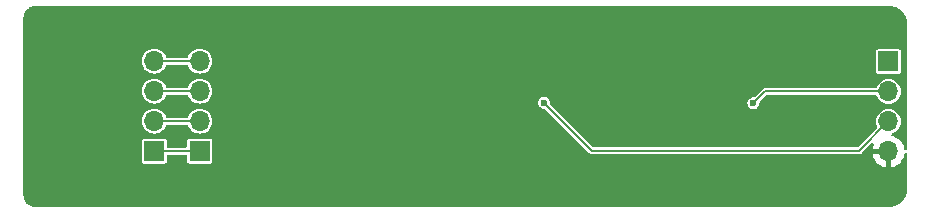
<source format=gtl>
G04 #@! TF.GenerationSoftware,KiCad,Pcbnew,8.0.8*
G04 #@! TF.CreationDate,2025-10-01T21:52:52+01:00*
G04 #@! TF.ProjectId,3S_coinHolder_LIR1654.kicad_pro,33535f63-6f69-46e4-986f-6c6465725f4c,rev?*
G04 #@! TF.SameCoordinates,Original*
G04 #@! TF.FileFunction,Copper,L1,Top*
G04 #@! TF.FilePolarity,Positive*
%FSLAX46Y46*%
G04 Gerber Fmt 4.6, Leading zero omitted, Abs format (unit mm)*
G04 Created by KiCad (PCBNEW 8.0.8) date 2025-10-01 21:52:52*
%MOMM*%
%LPD*%
G01*
G04 APERTURE LIST*
G04 #@! TA.AperFunction,ComponentPad*
%ADD10R,1.700000X1.700000*%
G04 #@! TD*
G04 #@! TA.AperFunction,ComponentPad*
%ADD11O,1.700000X1.700000*%
G04 #@! TD*
G04 #@! TA.AperFunction,ViaPad*
%ADD12C,0.600000*%
G04 #@! TD*
G04 #@! TA.AperFunction,Conductor*
%ADD13C,0.200000*%
G04 #@! TD*
G04 APERTURE END LIST*
D10*
G04 #@! TO.P,J3,1,Pin_1*
G04 #@! TO.N,Net-(J2-Pin_1)*
X123000000Y-103540000D03*
D11*
G04 #@! TO.P,J3,2,Pin_2*
G04 #@! TO.N,Net-(J2-Pin_2)*
X123000000Y-101000000D03*
G04 #@! TO.P,J3,3,Pin_3*
G04 #@! TO.N,Net-(J2-Pin_3)*
X123000000Y-98460000D03*
G04 #@! TO.P,J3,4,Pin_4*
G04 #@! TO.N,Net-(J2-Pin_4)*
X123000000Y-95920000D03*
G04 #@! TD*
D10*
G04 #@! TO.P,J2,1,Pin_1*
G04 #@! TO.N,Net-(J2-Pin_1)*
X126851214Y-103550000D03*
D11*
G04 #@! TO.P,J2,2,Pin_2*
G04 #@! TO.N,Net-(J2-Pin_2)*
X126851214Y-101010000D03*
G04 #@! TO.P,J2,3,Pin_3*
G04 #@! TO.N,Net-(J2-Pin_3)*
X126851214Y-98470000D03*
G04 #@! TO.P,J2,4,Pin_4*
G04 #@! TO.N,Net-(J2-Pin_4)*
X126851214Y-95930000D03*
G04 #@! TD*
D10*
G04 #@! TO.P,J1,1,Pin_1*
G04 #@! TO.N,/V_{C1}*
X185164214Y-95950000D03*
D11*
G04 #@! TO.P,J1,2,Pin_2*
G04 #@! TO.N,/V_{C2}*
X185164214Y-98490000D03*
G04 #@! TO.P,J1,3,Pin_3*
G04 #@! TO.N,/V_{C3}*
X185164214Y-101030000D03*
G04 #@! TO.P,J1,4,Pin_4*
G04 #@! TO.N,GND*
X185164214Y-103570000D03*
G04 #@! TD*
D12*
G04 #@! TO.N,/V_{C3}*
X156005679Y-99456411D03*
G04 #@! TO.N,GND*
X138255679Y-99456411D03*
G04 #@! TO.N,/V_{C2}*
X173731045Y-99481045D03*
G04 #@! TD*
D13*
G04 #@! TO.N,/V_{C3}*
X182694214Y-103500000D02*
X185164214Y-101030000D01*
X160049268Y-103500000D02*
X182694214Y-103500000D01*
X156005679Y-99456411D02*
X160049268Y-103500000D01*
G04 #@! TO.N,/V_{C2}*
X174722090Y-98490000D02*
X173731045Y-99481045D01*
X185164214Y-98490000D02*
X174722090Y-98490000D01*
G04 #@! TO.N,Net-(J2-Pin_1)*
X127519714Y-104218500D02*
X126851214Y-103550000D01*
X123000000Y-103540000D02*
X126841214Y-103540000D01*
X126841214Y-103540000D02*
X126851214Y-103550000D01*
G04 #@! TO.N,Net-(J2-Pin_3)*
X126841214Y-98460000D02*
X126851214Y-98470000D01*
X123000000Y-98460000D02*
X126841214Y-98460000D01*
G04 #@! TO.N,Net-(J2-Pin_4)*
X123010000Y-95930000D02*
X123000000Y-95920000D01*
X126851214Y-95930000D02*
X123010000Y-95930000D01*
G04 #@! TO.N,Net-(J2-Pin_2)*
X123010000Y-101010000D02*
X123000000Y-101000000D01*
X126851214Y-101010000D02*
X123010000Y-101010000D01*
G04 #@! TD*
G04 #@! TA.AperFunction,Conductor*
G04 #@! TO.N,GND*
G36*
X185254418Y-91250816D02*
G01*
X185454561Y-91265130D01*
X185472063Y-91267647D01*
X185663797Y-91309355D01*
X185680755Y-91314334D01*
X185856354Y-91379830D01*
X185864609Y-91382909D01*
X185880701Y-91390259D01*
X186052904Y-91484288D01*
X186067784Y-91493849D01*
X186209414Y-91599873D01*
X186224867Y-91611441D01*
X186238237Y-91623027D01*
X186376972Y-91761762D01*
X186388558Y-91775132D01*
X186495981Y-91918632D01*
X186506146Y-91932210D01*
X186515711Y-91947095D01*
X186609740Y-92119298D01*
X186617090Y-92135390D01*
X186685662Y-92319236D01*
X186690646Y-92336212D01*
X186732351Y-92527931D01*
X186734869Y-92545442D01*
X186749184Y-92745580D01*
X186749500Y-92754427D01*
X186749500Y-103360322D01*
X186729815Y-103427361D01*
X186677011Y-103473116D01*
X186607853Y-103483060D01*
X186544297Y-103454035D01*
X186506523Y-103395257D01*
X186501972Y-103371130D01*
X186498783Y-103334683D01*
X186498781Y-103334673D01*
X186437647Y-103106516D01*
X186437643Y-103106507D01*
X186337814Y-102892422D01*
X186337813Y-102892420D01*
X186202327Y-102698926D01*
X186202322Y-102698920D01*
X186035296Y-102531894D01*
X185841792Y-102396399D01*
X185627706Y-102296570D01*
X185627700Y-102296567D01*
X185505563Y-102263841D01*
X185445903Y-102227476D01*
X185415374Y-102164629D01*
X185423669Y-102095253D01*
X185468154Y-102041375D01*
X185501658Y-102025407D01*
X185568168Y-102005232D01*
X185750664Y-101907685D01*
X185910624Y-101776410D01*
X186041899Y-101616450D01*
X186139446Y-101433954D01*
X186199514Y-101235934D01*
X186219797Y-101030000D01*
X186199514Y-100824066D01*
X186139446Y-100626046D01*
X186041899Y-100443550D01*
X185989916Y-100380209D01*
X185910624Y-100283589D01*
X185750666Y-100152317D01*
X185750667Y-100152317D01*
X185750664Y-100152315D01*
X185568168Y-100054768D01*
X185370148Y-99994700D01*
X185370146Y-99994699D01*
X185370148Y-99994699D01*
X185164214Y-99974417D01*
X184958281Y-99994699D01*
X184760257Y-100054769D01*
X184650112Y-100113643D01*
X184577764Y-100152315D01*
X184577762Y-100152316D01*
X184577761Y-100152317D01*
X184417803Y-100283589D01*
X184286531Y-100443547D01*
X184188983Y-100626043D01*
X184128913Y-100824067D01*
X184108631Y-101030000D01*
X184128913Y-101235932D01*
X184128914Y-101235934D01*
X184179882Y-101403956D01*
X184188983Y-101433956D01*
X184196593Y-101448193D01*
X184210834Y-101516596D01*
X184185833Y-101581840D01*
X184174915Y-101594326D01*
X182606062Y-103163181D01*
X182544739Y-103196666D01*
X182518381Y-103199500D01*
X160225101Y-103199500D01*
X160158062Y-103179815D01*
X160137420Y-103163181D01*
X156545074Y-99570835D01*
X156511589Y-99509512D01*
X156510573Y-99481045D01*
X173225398Y-99481045D01*
X173245879Y-99623501D01*
X173294417Y-99729782D01*
X173305668Y-99754418D01*
X173399917Y-99863188D01*
X173520992Y-99940998D01*
X173520995Y-99940999D01*
X173520994Y-99940999D01*
X173659081Y-99981544D01*
X173659083Y-99981545D01*
X173659084Y-99981545D01*
X173803007Y-99981545D01*
X173803007Y-99981544D01*
X173941098Y-99940998D01*
X174062173Y-99863188D01*
X174156422Y-99754418D01*
X174216210Y-99623502D01*
X174236692Y-99481045D01*
X174235384Y-99471950D01*
X174245324Y-99402794D01*
X174270437Y-99366622D01*
X174810242Y-98826819D01*
X174871565Y-98793334D01*
X174897923Y-98790500D01*
X184065635Y-98790500D01*
X184132674Y-98810185D01*
X184178429Y-98862989D01*
X184184295Y-98878503D01*
X184188982Y-98893954D01*
X184286529Y-99076450D01*
X184286531Y-99076452D01*
X184417803Y-99236410D01*
X184512292Y-99313954D01*
X184577764Y-99367685D01*
X184760260Y-99465232D01*
X184958280Y-99525300D01*
X184958279Y-99525300D01*
X184974982Y-99526945D01*
X185164214Y-99545583D01*
X185370148Y-99525300D01*
X185568168Y-99465232D01*
X185750664Y-99367685D01*
X185910624Y-99236410D01*
X186041899Y-99076450D01*
X186139446Y-98893954D01*
X186199514Y-98695934D01*
X186219797Y-98490000D01*
X186199514Y-98284066D01*
X186139446Y-98086046D01*
X186041899Y-97903550D01*
X185989916Y-97840209D01*
X185910624Y-97743589D01*
X185750666Y-97612317D01*
X185750667Y-97612317D01*
X185750664Y-97612315D01*
X185568168Y-97514768D01*
X185370148Y-97454700D01*
X185370146Y-97454699D01*
X185370148Y-97454699D01*
X185164214Y-97434417D01*
X184958281Y-97454699D01*
X184760257Y-97514769D01*
X184650112Y-97573643D01*
X184577764Y-97612315D01*
X184577762Y-97612316D01*
X184577761Y-97612317D01*
X184417803Y-97743589D01*
X184286531Y-97903547D01*
X184188983Y-98086043D01*
X184188982Y-98086046D01*
X184184295Y-98101497D01*
X184145997Y-98159935D01*
X184082184Y-98188391D01*
X184065635Y-98189500D01*
X174682528Y-98189500D01*
X174644314Y-98199739D01*
X174606099Y-98209979D01*
X174606098Y-98209980D01*
X174552220Y-98241087D01*
X174537582Y-98249538D01*
X174537576Y-98249542D01*
X173842892Y-98944226D01*
X173781569Y-98977711D01*
X173755211Y-98980545D01*
X173659081Y-98980545D01*
X173520994Y-99021090D01*
X173399918Y-99098901D01*
X173305668Y-99207671D01*
X173305667Y-99207673D01*
X173245879Y-99338588D01*
X173225398Y-99481045D01*
X156510573Y-99481045D01*
X156510018Y-99465505D01*
X156511326Y-99456411D01*
X156490844Y-99313954D01*
X156431056Y-99183038D01*
X156336807Y-99074268D01*
X156215732Y-98996458D01*
X156215730Y-98996457D01*
X156215728Y-98996456D01*
X156215729Y-98996456D01*
X156077642Y-98955911D01*
X156077640Y-98955911D01*
X155933718Y-98955911D01*
X155933715Y-98955911D01*
X155795628Y-98996456D01*
X155674552Y-99074267D01*
X155580302Y-99183037D01*
X155580301Y-99183039D01*
X155520513Y-99313954D01*
X155500032Y-99456411D01*
X155520513Y-99598867D01*
X155531764Y-99623502D01*
X155580302Y-99729784D01*
X155674551Y-99838554D01*
X155795626Y-99916364D01*
X155795629Y-99916365D01*
X155795628Y-99916365D01*
X155879526Y-99940999D01*
X155930959Y-99956101D01*
X155933715Y-99956910D01*
X155933717Y-99956911D01*
X156029846Y-99956911D01*
X156096885Y-99976596D01*
X156117527Y-99993230D01*
X159808808Y-103684511D01*
X159864757Y-103740460D01*
X159864759Y-103740461D01*
X159864763Y-103740464D01*
X159932683Y-103779677D01*
X159933279Y-103780021D01*
X160009706Y-103800500D01*
X160009708Y-103800500D01*
X182733774Y-103800500D01*
X182733776Y-103800500D01*
X182810203Y-103780021D01*
X182878725Y-103740460D01*
X182934674Y-103684511D01*
X183723887Y-102895297D01*
X183785209Y-102861813D01*
X183854900Y-102866797D01*
X183910834Y-102908669D01*
X183935251Y-102974133D01*
X183923949Y-103035383D01*
X183890785Y-103106502D01*
X183890781Y-103106513D01*
X183833578Y-103319999D01*
X183833578Y-103320000D01*
X184731202Y-103320000D01*
X184698289Y-103377007D01*
X184664214Y-103504174D01*
X184664214Y-103635826D01*
X184698289Y-103762993D01*
X184731202Y-103820000D01*
X183833578Y-103820000D01*
X183890781Y-104033486D01*
X183890784Y-104033492D01*
X183990613Y-104247578D01*
X184126108Y-104441082D01*
X184293131Y-104608105D01*
X184486635Y-104743600D01*
X184700721Y-104843429D01*
X184700730Y-104843433D01*
X184914214Y-104900634D01*
X184914214Y-104003012D01*
X184971221Y-104035925D01*
X185098388Y-104070000D01*
X185230040Y-104070000D01*
X185357207Y-104035925D01*
X185414214Y-104003012D01*
X185414214Y-104900633D01*
X185627697Y-104843433D01*
X185627706Y-104843429D01*
X185841792Y-104743600D01*
X186035296Y-104608105D01*
X186202319Y-104441082D01*
X186337814Y-104247578D01*
X186437643Y-104033492D01*
X186437647Y-104033483D01*
X186498781Y-103805326D01*
X186498783Y-103805315D01*
X186501972Y-103768870D01*
X186527424Y-103703801D01*
X186584015Y-103662822D01*
X186653777Y-103658944D01*
X186714561Y-103693398D01*
X186747069Y-103755245D01*
X186749500Y-103779677D01*
X186749500Y-106745572D01*
X186749184Y-106754419D01*
X186734869Y-106954557D01*
X186732351Y-106972068D01*
X186690646Y-107163787D01*
X186685662Y-107180763D01*
X186617090Y-107364609D01*
X186609740Y-107380701D01*
X186515711Y-107552904D01*
X186506146Y-107567789D01*
X186388558Y-107724867D01*
X186376972Y-107738237D01*
X186238237Y-107876972D01*
X186224867Y-107888558D01*
X186067789Y-108006146D01*
X186052904Y-108015711D01*
X185880701Y-108109740D01*
X185864609Y-108117090D01*
X185680763Y-108185662D01*
X185663787Y-108190646D01*
X185472068Y-108232351D01*
X185454557Y-108234869D01*
X185273779Y-108247799D01*
X185254417Y-108249184D01*
X185245572Y-108249500D01*
X112987711Y-108249500D01*
X112987695Y-108249499D01*
X112919618Y-108249499D01*
X112908812Y-108249027D01*
X112751456Y-108235262D01*
X112730169Y-108231509D01*
X112582836Y-108192032D01*
X112562526Y-108184640D01*
X112424287Y-108120180D01*
X112405567Y-108109372D01*
X112280627Y-108021889D01*
X112264069Y-108007996D01*
X112156209Y-107900137D01*
X112142321Y-107883586D01*
X112054829Y-107758636D01*
X112044025Y-107739922D01*
X112025313Y-107699794D01*
X111979560Y-107601678D01*
X111972170Y-107581373D01*
X111968530Y-107567789D01*
X111932691Y-107434037D01*
X111928939Y-107412752D01*
X111915186Y-107255553D01*
X111914714Y-107244746D01*
X111914714Y-102670247D01*
X121949500Y-102670247D01*
X121949500Y-104409752D01*
X121961131Y-104468229D01*
X121961132Y-104468230D01*
X122005447Y-104534552D01*
X122071769Y-104578867D01*
X122071770Y-104578868D01*
X122130247Y-104590499D01*
X122130250Y-104590500D01*
X122130252Y-104590500D01*
X123869750Y-104590500D01*
X123869751Y-104590499D01*
X123884568Y-104587552D01*
X123928229Y-104578868D01*
X123928229Y-104578867D01*
X123928231Y-104578867D01*
X123994552Y-104534552D01*
X124038867Y-104468231D01*
X124038867Y-104468229D01*
X124038868Y-104468229D01*
X124050499Y-104409752D01*
X124050500Y-104409750D01*
X124050500Y-103964500D01*
X124070185Y-103897461D01*
X124122989Y-103851706D01*
X124174500Y-103840500D01*
X125676714Y-103840500D01*
X125743753Y-103860185D01*
X125789508Y-103912989D01*
X125800714Y-103964500D01*
X125800714Y-104419752D01*
X125812345Y-104478229D01*
X125812346Y-104478230D01*
X125856661Y-104544552D01*
X125922983Y-104588867D01*
X125922984Y-104588868D01*
X125981461Y-104600499D01*
X125981464Y-104600500D01*
X125981466Y-104600500D01*
X127720964Y-104600500D01*
X127720965Y-104600499D01*
X127735782Y-104597552D01*
X127779443Y-104588868D01*
X127779443Y-104588867D01*
X127779445Y-104588867D01*
X127845766Y-104544552D01*
X127890081Y-104478231D01*
X127890081Y-104478229D01*
X127890082Y-104478229D01*
X127901713Y-104419752D01*
X127901714Y-104419750D01*
X127901714Y-102680249D01*
X127901713Y-102680247D01*
X127890082Y-102621770D01*
X127890081Y-102621769D01*
X127845766Y-102555447D01*
X127779444Y-102511132D01*
X127779443Y-102511131D01*
X127720966Y-102499500D01*
X127720962Y-102499500D01*
X125981466Y-102499500D01*
X125981461Y-102499500D01*
X125922984Y-102511131D01*
X125922983Y-102511132D01*
X125856661Y-102555447D01*
X125812346Y-102621769D01*
X125812345Y-102621770D01*
X125800714Y-102680247D01*
X125800714Y-103115500D01*
X125781029Y-103182539D01*
X125728225Y-103228294D01*
X125676714Y-103239500D01*
X124174500Y-103239500D01*
X124107461Y-103219815D01*
X124061706Y-103167011D01*
X124050500Y-103115500D01*
X124050500Y-102670249D01*
X124050499Y-102670247D01*
X124038868Y-102611770D01*
X124038867Y-102611769D01*
X123994552Y-102545447D01*
X123928230Y-102501132D01*
X123928229Y-102501131D01*
X123869752Y-102489500D01*
X123869748Y-102489500D01*
X122130252Y-102489500D01*
X122130247Y-102489500D01*
X122071770Y-102501131D01*
X122071769Y-102501132D01*
X122005447Y-102545447D01*
X121961132Y-102611769D01*
X121961131Y-102611770D01*
X121949500Y-102670247D01*
X111914714Y-102670247D01*
X111914714Y-101000000D01*
X121944417Y-101000000D01*
X121964699Y-101205932D01*
X121973800Y-101235934D01*
X122024768Y-101403954D01*
X122122315Y-101586450D01*
X122146935Y-101616450D01*
X122253589Y-101746410D01*
X122290145Y-101776410D01*
X122413550Y-101877685D01*
X122596046Y-101975232D01*
X122794066Y-102035300D01*
X122794065Y-102035300D01*
X122812529Y-102037118D01*
X123000000Y-102055583D01*
X123205934Y-102035300D01*
X123403954Y-101975232D01*
X123586450Y-101877685D01*
X123746410Y-101746410D01*
X123877685Y-101586450D01*
X123975232Y-101403954D01*
X123976887Y-101398499D01*
X124015187Y-101340062D01*
X124079001Y-101311609D01*
X124095546Y-101310500D01*
X125752635Y-101310500D01*
X125819674Y-101330185D01*
X125865429Y-101382989D01*
X125871295Y-101398503D01*
X125875982Y-101413954D01*
X125973529Y-101596450D01*
X125989944Y-101616452D01*
X126104803Y-101756410D01*
X126201423Y-101835702D01*
X126264764Y-101887685D01*
X126447260Y-101985232D01*
X126645280Y-102045300D01*
X126645279Y-102045300D01*
X126663743Y-102047118D01*
X126851214Y-102065583D01*
X127057148Y-102045300D01*
X127255168Y-101985232D01*
X127437664Y-101887685D01*
X127597624Y-101756410D01*
X127728899Y-101596450D01*
X127826446Y-101413954D01*
X127886514Y-101215934D01*
X127906797Y-101010000D01*
X127886514Y-100804066D01*
X127826446Y-100606046D01*
X127728899Y-100423550D01*
X127676916Y-100360209D01*
X127597624Y-100263589D01*
X127479891Y-100166969D01*
X127437664Y-100132315D01*
X127255168Y-100034768D01*
X127057148Y-99974700D01*
X127057146Y-99974699D01*
X127057148Y-99974699D01*
X126851214Y-99954417D01*
X126645281Y-99974699D01*
X126447257Y-100034769D01*
X126337112Y-100093643D01*
X126264764Y-100132315D01*
X126264762Y-100132316D01*
X126264761Y-100132317D01*
X126104803Y-100263589D01*
X125973531Y-100423547D01*
X125973529Y-100423550D01*
X125962839Y-100443550D01*
X125875983Y-100606043D01*
X125875982Y-100606046D01*
X125871295Y-100621497D01*
X125832997Y-100679935D01*
X125769184Y-100708391D01*
X125752635Y-100709500D01*
X124101612Y-100709500D01*
X124034573Y-100689815D01*
X123988818Y-100637011D01*
X123982952Y-100621497D01*
X123975232Y-100596046D01*
X123877685Y-100413550D01*
X123825702Y-100350209D01*
X123746410Y-100253589D01*
X123623005Y-100152315D01*
X123586450Y-100122315D01*
X123403954Y-100024768D01*
X123205934Y-99964700D01*
X123205932Y-99964699D01*
X123205934Y-99964699D01*
X123000000Y-99944417D01*
X122794067Y-99964699D01*
X122596043Y-100024769D01*
X122485898Y-100083643D01*
X122413550Y-100122315D01*
X122413548Y-100122316D01*
X122413547Y-100122317D01*
X122253589Y-100253589D01*
X122122317Y-100413547D01*
X122122315Y-100413550D01*
X122116970Y-100423550D01*
X122024769Y-100596043D01*
X122024768Y-100596045D01*
X122024768Y-100596046D01*
X122021735Y-100606046D01*
X121964699Y-100794067D01*
X121944417Y-101000000D01*
X111914714Y-101000000D01*
X111914714Y-98460000D01*
X121944417Y-98460000D01*
X121964699Y-98665932D01*
X121973800Y-98695934D01*
X122024768Y-98863954D01*
X122122315Y-99046450D01*
X122145144Y-99074267D01*
X122253589Y-99206410D01*
X122290145Y-99236410D01*
X122413550Y-99337685D01*
X122596046Y-99435232D01*
X122794066Y-99495300D01*
X122794065Y-99495300D01*
X122812529Y-99497118D01*
X123000000Y-99515583D01*
X123205934Y-99495300D01*
X123403954Y-99435232D01*
X123586450Y-99337685D01*
X123746410Y-99206410D01*
X123877685Y-99046450D01*
X123975232Y-98863954D01*
X123979919Y-98848503D01*
X124018217Y-98790065D01*
X124082030Y-98761609D01*
X124098579Y-98760500D01*
X125749602Y-98760500D01*
X125816641Y-98780185D01*
X125862396Y-98832989D01*
X125868259Y-98848496D01*
X125875982Y-98873954D01*
X125875983Y-98873957D01*
X125886672Y-98893954D01*
X125973529Y-99056450D01*
X125989944Y-99076452D01*
X126104803Y-99216410D01*
X126201423Y-99295702D01*
X126264764Y-99347685D01*
X126447260Y-99445232D01*
X126645280Y-99505300D01*
X126645279Y-99505300D01*
X126663743Y-99507118D01*
X126851214Y-99525583D01*
X127057148Y-99505300D01*
X127255168Y-99445232D01*
X127437664Y-99347685D01*
X127597624Y-99216410D01*
X127728899Y-99056450D01*
X127826446Y-98873954D01*
X127886514Y-98675934D01*
X127906797Y-98470000D01*
X127886514Y-98264066D01*
X127826446Y-98066046D01*
X127728899Y-97883550D01*
X127676916Y-97820209D01*
X127597624Y-97723589D01*
X127479891Y-97626969D01*
X127437664Y-97592315D01*
X127255168Y-97494768D01*
X127057148Y-97434700D01*
X127057146Y-97434699D01*
X127057148Y-97434699D01*
X126851214Y-97414417D01*
X126645281Y-97434699D01*
X126447257Y-97494769D01*
X126337112Y-97553643D01*
X126264764Y-97592315D01*
X126264762Y-97592316D01*
X126264761Y-97592317D01*
X126104803Y-97723589D01*
X125973531Y-97883547D01*
X125973529Y-97883550D01*
X125962839Y-97903550D01*
X125875982Y-98066045D01*
X125874327Y-98071501D01*
X125836027Y-98129938D01*
X125772213Y-98158391D01*
X125755668Y-98159500D01*
X124098579Y-98159500D01*
X124031540Y-98139815D01*
X123985785Y-98087011D01*
X123979919Y-98071497D01*
X123978265Y-98066045D01*
X123975232Y-98056046D01*
X123877685Y-97873550D01*
X123825702Y-97810209D01*
X123746410Y-97713589D01*
X123623005Y-97612315D01*
X123586450Y-97582315D01*
X123403954Y-97484768D01*
X123205934Y-97424700D01*
X123205932Y-97424699D01*
X123205934Y-97424699D01*
X123000000Y-97404417D01*
X122794067Y-97424699D01*
X122596043Y-97484769D01*
X122485898Y-97543643D01*
X122413550Y-97582315D01*
X122413548Y-97582316D01*
X122413547Y-97582317D01*
X122253589Y-97713589D01*
X122122317Y-97873547D01*
X122122315Y-97873550D01*
X122116970Y-97883550D01*
X122024769Y-98056043D01*
X122024768Y-98056045D01*
X122024768Y-98056046D01*
X122021735Y-98066045D01*
X121964699Y-98254067D01*
X121944417Y-98460000D01*
X111914714Y-98460000D01*
X111914714Y-95920000D01*
X121944417Y-95920000D01*
X121964699Y-96125932D01*
X121967733Y-96135934D01*
X122024768Y-96323954D01*
X122122315Y-96506450D01*
X122156969Y-96548677D01*
X122253589Y-96666410D01*
X122350209Y-96745702D01*
X122413550Y-96797685D01*
X122596046Y-96895232D01*
X122794066Y-96955300D01*
X122794065Y-96955300D01*
X122812529Y-96957118D01*
X123000000Y-96975583D01*
X123205934Y-96955300D01*
X123403954Y-96895232D01*
X123586450Y-96797685D01*
X123746410Y-96666410D01*
X123877685Y-96506450D01*
X123975232Y-96323954D01*
X123976887Y-96318499D01*
X124015187Y-96260062D01*
X124079001Y-96231609D01*
X124095546Y-96230500D01*
X125752635Y-96230500D01*
X125819674Y-96250185D01*
X125865429Y-96302989D01*
X125871295Y-96318503D01*
X125875982Y-96333954D01*
X125973529Y-96516450D01*
X125973531Y-96516452D01*
X126104803Y-96676410D01*
X126201423Y-96755702D01*
X126264764Y-96807685D01*
X126447260Y-96905232D01*
X126645280Y-96965300D01*
X126645279Y-96965300D01*
X126663743Y-96967118D01*
X126851214Y-96985583D01*
X127057148Y-96965300D01*
X127255168Y-96905232D01*
X127437664Y-96807685D01*
X127597624Y-96676410D01*
X127728899Y-96516450D01*
X127826446Y-96333954D01*
X127886514Y-96135934D01*
X127906797Y-95930000D01*
X127886514Y-95724066D01*
X127826446Y-95526046D01*
X127728899Y-95343550D01*
X127676916Y-95280209D01*
X127597624Y-95183589D01*
X127479891Y-95086969D01*
X127471700Y-95080247D01*
X184113714Y-95080247D01*
X184113714Y-96819752D01*
X184125345Y-96878229D01*
X184125346Y-96878230D01*
X184169661Y-96944552D01*
X184235983Y-96988867D01*
X184235984Y-96988868D01*
X184294461Y-97000499D01*
X184294464Y-97000500D01*
X184294466Y-97000500D01*
X186033964Y-97000500D01*
X186033965Y-97000499D01*
X186048782Y-96997552D01*
X186092443Y-96988868D01*
X186092443Y-96988867D01*
X186092445Y-96988867D01*
X186158766Y-96944552D01*
X186203081Y-96878231D01*
X186203081Y-96878229D01*
X186203082Y-96878229D01*
X186214713Y-96819752D01*
X186214714Y-96819750D01*
X186214714Y-95080249D01*
X186214713Y-95080247D01*
X186203082Y-95021770D01*
X186203081Y-95021769D01*
X186158766Y-94955447D01*
X186092444Y-94911132D01*
X186092443Y-94911131D01*
X186033966Y-94899500D01*
X186033962Y-94899500D01*
X184294466Y-94899500D01*
X184294461Y-94899500D01*
X184235984Y-94911131D01*
X184235983Y-94911132D01*
X184169661Y-94955447D01*
X184125346Y-95021769D01*
X184125345Y-95021770D01*
X184113714Y-95080247D01*
X127471700Y-95080247D01*
X127437664Y-95052315D01*
X127255168Y-94954768D01*
X127057148Y-94894700D01*
X127057146Y-94894699D01*
X127057148Y-94894699D01*
X126851214Y-94874417D01*
X126645281Y-94894699D01*
X126447257Y-94954769D01*
X126337112Y-95013643D01*
X126264764Y-95052315D01*
X126264762Y-95052316D01*
X126264761Y-95052317D01*
X126104803Y-95183589D01*
X125973531Y-95343547D01*
X125875983Y-95526043D01*
X125875982Y-95526046D01*
X125871295Y-95541497D01*
X125832997Y-95599935D01*
X125769184Y-95628391D01*
X125752635Y-95629500D01*
X124101612Y-95629500D01*
X124034573Y-95609815D01*
X123988818Y-95557011D01*
X123982952Y-95541497D01*
X123975232Y-95516046D01*
X123877685Y-95333550D01*
X123754617Y-95183590D01*
X123746410Y-95173589D01*
X123628677Y-95076969D01*
X123586450Y-95042315D01*
X123403954Y-94944768D01*
X123205934Y-94884700D01*
X123205932Y-94884699D01*
X123205934Y-94884699D01*
X123000000Y-94864417D01*
X122794067Y-94884699D01*
X122596043Y-94944769D01*
X122485898Y-95003643D01*
X122413550Y-95042315D01*
X122413548Y-95042316D01*
X122413547Y-95042317D01*
X122253589Y-95173589D01*
X122122317Y-95333547D01*
X122122315Y-95333550D01*
X122116970Y-95343550D01*
X122024769Y-95516043D01*
X122024768Y-95516045D01*
X122024768Y-95516046D01*
X122021735Y-95526046D01*
X121964699Y-95714067D01*
X121944417Y-95920000D01*
X111914714Y-95920000D01*
X111914714Y-92255413D01*
X111915186Y-92244606D01*
X111928953Y-92087248D01*
X111932704Y-92065970D01*
X111972184Y-91918627D01*
X111979576Y-91898321D01*
X111997966Y-91858885D01*
X112044038Y-91760082D01*
X112054845Y-91741365D01*
X112142327Y-91616430D01*
X112156220Y-91599873D01*
X112264078Y-91492015D01*
X112280629Y-91478126D01*
X112405583Y-91390633D01*
X112424278Y-91379839D01*
X112562537Y-91315369D01*
X112582838Y-91307981D01*
X112730176Y-91268503D01*
X112751453Y-91264751D01*
X112872321Y-91254178D01*
X112908975Y-91250972D01*
X112919781Y-91250500D01*
X112980101Y-91250501D01*
X112980105Y-91250500D01*
X185184108Y-91250500D01*
X185245572Y-91250500D01*
X185254418Y-91250816D01*
G37*
G04 #@! TD.AperFunction*
G04 #@! TD*
M02*

</source>
